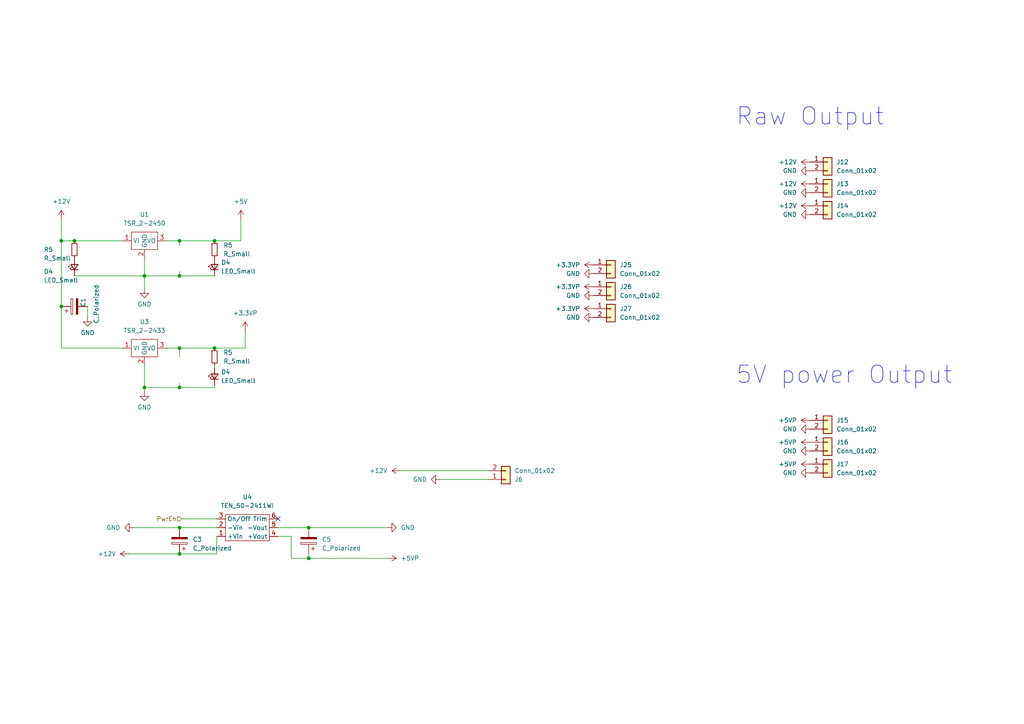
<source format=kicad_sch>
(kicad_sch (version 20230121) (generator eeschema)
  (paper "A4")
  (lib_symbols
    (symbol "Connector_Generic:Conn_01x02" (pin_names (offset 1.016) hide)
      (property "Reference" "J" (at 0 2.54 0))
      (property "Value" "Conn_01x02" (at 0 -5.08 0))
      (symbol "Conn_01x02_1_1"
        (rectangle (start -1.27 -2.413) (end 0 -2.667) (stroke (width 0.1524)))
        (rectangle (start -1.27 0.127) (end 0 -0.127) (stroke (width 0.1524)))
        (rectangle (start -1.27 1.27) (end 1.27 -3.81) (stroke (width 0.254)) (fill (type background)))
        (pin passive line (at -5.08 0 0) (length 3.81) (name "Pin_1") (number "1"))
        (pin passive line (at -5.08 -2.54 0) (length 3.81) (name "Pin_2") (number "2"))
      )
    )
    (symbol "Device:C_Polarized" (pin_numbers hide) (pin_names (offset 0.254))
      (property "Reference" "C" (at 0.635 2.54 0))
      (property "Value" "C_Polarized" (at 0.635 -2.54 0))
      (symbol "C_Polarized_0_1"
        (rectangle (start -2.286 0.508) (end 2.286 1.016))
        (polyline (pts (xy -1.778 2.286) (xy -0.762 2.286)))
        (polyline (pts (xy -1.27 2.794) (xy -1.27 1.778)))
        (rectangle (start 2.286 -0.508) (end -2.286 -1.016) (fill (type outline)))
      )
      (symbol "C_Polarized_1_1"
        (pin passive line (at 0 3.81 270) (length 2.794) (name "~") (number "1"))
        (pin passive line (at 0 -3.81 90) (length 2.794) (name "~") (number "2"))
      )
    )
    (symbol "Device:LED_Small" (pin_numbers hide) (pin_names (offset 0.254) hide)
      (property "Reference" "D" (at -1.27 3.175 0))
      (property "Value" "LED_Small" (at -4.445 -2.54 0))
      (symbol "LED_Small_0_1"
        (polyline (pts (xy -0.762 -1.016) (xy -0.762 1.016)) (stroke (width 0.254)))
        (polyline (pts (xy 1.016 0) (xy -0.762 0)))
        (polyline (pts (xy 0.762 -1.016) (xy -0.762 0) (xy 0.762 1.016) (xy 0.762 -1.016)) (stroke (width 0.254)))
        (polyline (pts (xy 0 0.762) (xy -0.508 1.27) (xy -0.254 1.27) (xy -0.508 1.27) (xy -0.508 1.016)))
        (polyline (pts (xy 0.508 1.27) (xy 0 1.778) (xy 0.254 1.778) (xy 0 1.778) (xy 0 1.524)))
      )
      (symbol "LED_Small_1_1"
        (pin passive line (at -2.54 0 0) (length 1.778) (name "K") (number "1"))
        (pin passive line (at 2.54 0 180) (length 1.778) (name "A") (number "2"))
      )
    )
    (symbol "Device:R_Small" (pin_numbers hide) (pin_names (offset 0.254) hide)
      (property "Reference" "R" (at 0.762 0.508 0))
      (property "Value" "R_Small" (at 0.762 -1.016 0))
      (symbol "R_Small_0_1"
        (rectangle (start -0.762 1.778) (end 0.762 -1.778) (stroke (width 0.2032)))
      )
      (symbol "R_Small_1_1"
        (pin passive line (at 0 2.54 270) (length 0.762) (name "~") (number "1"))
        (pin passive line (at 0 -2.54 90) (length 0.762) (name "~") (number "2"))
      )
    )
    (symbol "Traco:TEN_50-2411WI"
      (property "Reference" "U" (at 0 5.08 0))
      (property "Value" "TEN_50-2411WI" (at 0 -5.08 0))
      (symbol "TEN_50-2411WI_0_1"
        (rectangle (start -6.35 3.81) (end 6.35 -3.81))
      )
      (symbol "TEN_50-2411WI_1_1"
        (pin free line (at -8.89 -2.54 0) (length 2.54) (name "+Vin") (number "1"))
        (pin free line (at -8.89 0 0) (length 2.54) (name "-Vin") (number "2"))
        (pin free line (at -8.89 2.54 0) (length 2.54) (name "On/Off") (number "3"))
        (pin free line (at 8.89 -2.54 180) (length 2.54) (name "+Vout") (number "4"))
        (pin free line (at 8.89 0 180) (length 2.54) (name "-Vout") (number "5"))
        (pin free line (at 8.89 2.54 180) (length 2.54) (name "Trim") (number "6"))
      )
    )
    (symbol "Traco:TSR_2-2433"
      (property "Reference" "U" (at 0 5.08 0))
      (property "Value" "TSR_2-2433" (at 0 3.81 0))
      (symbol "TSR_2-2433_0_1"
        (rectangle (start -3.81 2.54) (end 3.81 -2.54))
      )
      (symbol "TSR_2-2433_1_1"
        (pin free line (at -6.35 0 0) (length 2.54) (name "VI") (number "1"))
        (pin free line (at 0 -5.08 90) (length 2.54) (name "GND") (number "2"))
        (pin free line (at 6.35 0 180) (length 2.54) (name "VO") (number "3"))
      )
    )
    (symbol "Traco:TSR_2-2450"
      (property "Reference" "U" (at 0 5.08 0))
      (property "Value" "TSR_2-2450" (at 0 3.81 0))
      (symbol "TSR_2-2450_0_1"
        (rectangle (start -3.81 2.54) (end 3.81 -2.54))
      )
      (symbol "TSR_2-2450_1_1"
        (pin free line (at -6.35 0 0) (length 2.54) (name "VI") (number "1"))
        (pin free line (at 0 -5.08 90) (length 2.54) (name "GND") (number "2"))
        (pin free line (at 6.35 0 180) (length 2.54) (name "VO") (number "3"))
      )
    )
    (symbol "power:+12V" (power) (pin_names (offset 0))
      (property "Value" "+12V" (at 0 3.556 0))
      (symbol "+12V_0_1"
        (polyline (pts (xy -0.762 1.27) (xy 0 2.54)))
        (polyline (pts (xy 0 0) (xy 0 2.54)))
        (polyline (pts (xy 0 2.54) (xy 0.762 1.27)))
      )
      (symbol "+12V_1_1"
        (pin power_in line (at 0 0 90) (length 0) hide (name "+12V") (number "1"))
      )
    )
    (symbol "power:+3.3VP" (power) (pin_names (offset 0))
      (property "Value" "+3.3VP" (at 0 2.54 0))
      (symbol "+3.3VP_0_0"
        (pin power_in line (at 0 0 90) (length 0) hide (name "+3.3VP") (number "1"))
      )
      (symbol "+3.3VP_0_1"
        (polyline (pts (xy -0.762 1.27) (xy 0 2.54)))
        (polyline (pts (xy 0 0) (xy 0 2.54)))
        (polyline (pts (xy 0 2.54) (xy 0.762 1.27)))
      )
    )
    (symbol "power:+5V" (power) (pin_names (offset 0))
      (property "Value" "+5V" (at 0 3.556 0))
      (symbol "+5V_0_1"
        (polyline (pts (xy -0.762 1.27) (xy 0 2.54)))
        (polyline (pts (xy 0 0) (xy 0 2.54)))
        (polyline (pts (xy 0 2.54) (xy 0.762 1.27)))
      )
      (symbol "+5V_1_1"
        (pin power_in line (at 0 0 90) (length 0) hide (name "+5V") (number "1"))
      )
    )
    (symbol "power:+5VP" (power) (pin_names (offset 0))
      (property "Value" "+5VP" (at 0 3.556 0))
      (symbol "+5VP_0_1"
        (polyline (pts (xy -0.762 1.27) (xy 0 2.54)))
        (polyline (pts (xy 0 0) (xy 0 2.54)))
        (polyline (pts (xy 0 2.54) (xy 0.762 1.27)))
      )
      (symbol "+5VP_1_1"
        (pin power_in line (at 0 0 90) (length 0) hide (name "+5VP") (number "1"))
      )
    )
    (symbol "power:GND" (power) (pin_names (offset 0))
      (property "Value" "GND" (at 0 -3.81 0))
      (symbol "GND_0_1"
        (polyline (pts (xy 0 0) (xy 0 -1.27) (xy 1.27 -1.27) (xy 0 -2.54) (xy -1.27 -1.27) (xy 0 -1.27)))
      )
      (symbol "GND_1_1"
        (pin power_in line (at 0 0 270) (length 0) hide (name "GND") (number "1"))
      )
    )
  )
  (junction (at 41.91 112.395))
  (junction (at 52.07 69.85))
  (junction (at 17.78 88.9))
  (junction (at 52.07 80.01))
  (junction (at 21.59 69.85))
  (junction (at 62.23 100.965))
  (junction (at 52.07 160.655))
  (junction (at 52.07 100.965))
  (junction (at 89.535 161.925))
  (junction (at 89.535 153.035))
  (junction (at 17.78 69.85))
  (junction (at 52.07 153.035))
  (junction (at 41.91 80.01))
  (junction (at 52.07 112.395))
  (junction (at 62.23 69.85))
  (no_connect (at 80.645 150.495))
  (wire (pts (xy 52.07 100.965) (xy 62.23 100.965)))
  (wire (pts (xy 84.455 155.575) (xy 80.645 155.575)))
  (wire (pts (xy 89.535 160.655) (xy 89.535 161.925)))
  (wire (pts (xy 52.07 153.035) (xy 62.865 153.035)))
  (wire (pts (xy 17.78 69.85) (xy 21.59 69.85)))
  (wire (pts (xy 127.635 139.065) (xy 141.605 139.065)))
  (wire (pts (xy 71.12 100.965) (xy 62.23 100.965)))
  (wire (pts (xy 52.07 69.85) (xy 62.23 69.85)))
  (wire (pts (xy 84.455 161.925) (xy 89.535 161.925)))
  (wire (pts (xy 41.91 80.01) (xy 52.07 80.01)))
  (wire (pts (xy 48.26 69.85) (xy 52.07 69.85)))
  (wire (pts (xy 41.91 74.93) (xy 41.91 80.01)))
  (wire (pts (xy 52.07 71.12) (xy 52.07 69.85)))
  (wire (pts (xy 62.23 106.68) (xy 62.23 106.045)))
  (wire (pts (xy 52.07 100.965) (xy 52.07 103.505)))
  (wire (pts (xy 89.535 153.035) (xy 112.395 153.035)))
  (wire (pts (xy 52.07 80.01) (xy 62.23 80.01)))
  (wire (pts (xy 37.465 160.655) (xy 52.07 160.655)))
  (wire (pts (xy 17.78 100.965) (xy 35.56 100.965)))
  (wire (pts (xy 116.205 136.525) (xy 141.605 136.525)))
  (wire (pts (xy 62.865 160.655) (xy 62.865 155.575)))
  (wire (pts (xy 80.645 153.035) (xy 89.535 153.035)))
  (wire (pts (xy 52.705 150.495) (xy 62.865 150.495)))
  (wire (pts (xy 41.91 112.395) (xy 41.91 113.665)))
  (wire (pts (xy 52.07 111.125) (xy 52.07 112.395)))
  (wire (pts (xy 17.78 88.9) (xy 17.78 100.965)))
  (wire (pts (xy 48.26 100.965) (xy 52.07 100.965)))
  (wire (pts (xy 62.23 111.76) (xy 62.23 112.395)))
  (wire (pts (xy 41.91 112.395) (xy 52.07 112.395)))
  (wire (pts (xy 52.07 112.395) (xy 62.23 112.395)))
  (wire (pts (xy 41.91 83.82) (xy 41.91 80.01)))
  (wire (pts (xy 21.59 80.01) (xy 41.91 80.01)))
  (wire (pts (xy 52.07 160.655) (xy 62.865 160.655)))
  (wire (pts (xy 38.735 153.035) (xy 52.07 153.035)))
  (wire (pts (xy 69.85 63.5) (xy 69.85 69.85)))
  (wire (pts (xy 84.455 161.925) (xy 84.455 155.575)))
  (wire (pts (xy 69.85 69.85) (xy 62.23 69.85)))
  (wire (pts (xy 52.07 78.74) (xy 52.07 80.01)))
  (wire (pts (xy 89.535 161.925) (xy 112.395 161.925)))
  (wire (pts (xy 21.59 69.85) (xy 35.56 69.85)))
  (wire (pts (xy 41.91 106.045) (xy 41.91 112.395)))
  (wire (pts (xy 17.78 69.85) (xy 17.78 88.9)))
  (wire (pts (xy 25.4 92.075) (xy 25.4 88.9)))
  (wire (pts (xy 17.78 63.5) (xy 17.78 69.85)))
  (wire (pts (xy 71.12 95.885) (xy 71.12 100.965)))
  (text "5V power Output" (at 213.36 111.76 0) (effects (font (size 5 5)) (justify left bottom)))
  (text "Raw Output" (at 213.36 36.83 0) (effects (font (size 5 5)) (justify left bottom)))
  (hierarchical_label "PwrEn" (shape input) (at 52.705 150.495 180))
  (symbol (lib_id "power:+12V") (at 234.95 59.69 90) (unit 1)
    (property "Reference" "#PWR035" (effects hide))
    (property "Value" "+12V" (at 231.14 59.69 90) (effects (justify left)))
  )
  (symbol (lib_id "power:GND") (at 234.95 49.53 270) (unit 1)
    (property "Reference" "#PWR037" (effects hide))
    (property "Value" "GND" (at 231.14 49.53 90) (effects (justify right)))
    (instances (project "MainBoardV3.1FormB" (path "" (reference "#PWR037") (unit 1)) (path "" (reference "#PWR028") (unit 1))))
  )
  (symbol (lib_id "Connector_Generic:Conn_01x02") (at 240.03 128.27 0) (unit 1)
    (property "Reference" "J16" (at 242.57 128.27 0) (effects (justify left)))
    (property "Value" "Conn_01x02" (at 242.57 130.81 0) (effects (justify left)))
    (property "Footprint" "Connector_Molex:Molex_KK-254_AE-6410-02A_1x02_P2.54mm_Vertical" (effects hide))
  )
  (symbol (lib_id "power:+12V") (at 116.205 136.525 90) (unit 1)
    (property "Reference" "#PWR025" (effects hide))
    (property "Value" "+12V" (at 112.395 136.525 90) (effects (justify left)))
  )
  (symbol (lib_id "power:GND") (at 234.95 124.46 270) (unit 1)
    (property "Reference" "#PWR037" (effects hide))
    (property "Value" "GND" (at 231.14 124.46 90) (effects (justify right)))
    (instances (project "MainBoardV3.1FormB" (path "" (reference "#PWR037") (unit 1)) (path "" (reference "#PWR051") (unit 1))))
  )
  (symbol (lib_id "power:GND") (at 172.085 85.725 270) (unit 1)
    (property "Reference" "#PWR037" (effects hide))
    (property "Value" "GND" (at 168.275 85.725 90) (effects (justify right)))
    (instances (project "MainBoardV3.1FormB" (path "" (reference "#PWR037") (unit 1)) (path "" (reference "#PWR063") (unit 1))))
  )
  (symbol (lib_id "power:GND") (at 234.95 62.23 270) (unit 1)
    (property "Reference" "#PWR037" (effects hide))
    (property "Value" "GND" (at 231.14 62.23 90) (effects (justify right)))
    (instances (project "MainBoardV3.1FormB" (path "" (reference "#PWR037") (unit 1)) (path "" (reference "#PWR049") (unit 1))))
  )
  (symbol (lib_id "power:+5VP") (at 234.95 128.27 90) (unit 1)
    (property "Reference" "#PWR052" (effects hide))
    (property "Value" "+5VP" (at 231.14 128.27 90) (effects (justify left)))
  )
  (symbol (lib_id "power:+12V") (at 234.95 46.99 90) (unit 1)
    (property "Reference" "#PWR029" (effects hide))
    (property "Value" "+12V" (at 231.14 46.99 90) (effects (justify left)))
  )
  (symbol (lib_id "power:+5V") (at 69.85 63.5 0) (unit 1)
    (property "Reference" "#PWR036" (effects hide))
    (property "Value" "+5V" (at 69.85 58.42 0))
  )
  (symbol (lib_id "Connector_Generic:Conn_01x02") (at 177.165 83.185 0) (unit 1)
    (property "Reference" "J26" (at 179.705 83.185 0) (effects (justify left)))
    (property "Value" "Conn_01x02" (at 179.705 85.725 0) (effects (justify left)))
    (property "Footprint" "Connector_Molex:Molex_KK-254_AE-6410-02A_1x02_P2.54mm_Vertical" (effects hide))
  )
  (symbol (lib_id "power:+12V") (at 17.78 63.5 0) (unit 1)
    (property "Reference" "#PWR038" (effects hide))
    (property "Value" "+12V" (at 17.78 58.42 0))
  )
  (symbol (lib_id "Device:LED_Small") (at 62.23 77.47 90) (unit 1)
    (property "Reference" "D4" (at 64.135 76.1365 90) (effects (justify right)))
    (property "Value" "LED_Small" (at 64.135 78.6765 90) (effects (justify right)))
    (property "Footprint" "LED_SMD:LED_1206_3216Metric_Pad1.42x1.75mm_HandSolder" (effects hide))
    (instances (project "MainBoardV3.1FormB" (path "" (reference "D4") (unit 1)) (path "" (reference "D3") (unit 1))))
  )
  (symbol (lib_id "power:+12V") (at 234.95 53.34 90) (unit 1)
    (property "Reference" "#PWR030" (effects hide))
    (property "Value" "+12V" (at 231.14 53.34 90) (effects (justify left)))
  )
  (symbol (lib_id "Connector_Generic:Conn_01x02") (at 240.03 134.62 0) (unit 1)
    (property "Reference" "J17" (at 242.57 134.62 0) (effects (justify left)))
    (property "Value" "Conn_01x02" (at 242.57 137.16 0) (effects (justify left)))
    (property "Footprint" "Connector_Molex:Molex_KK-254_AE-6410-02A_1x02_P2.54mm_Vertical" (effects hide))
  )
  (symbol (lib_id "Traco:TSR_2-2433") (at 41.91 100.965 0) (unit 1)
    (property "Reference" "U3" (at 41.91 93.345 0))
    (property "Value" "TSR_2-2433" (at 41.91 95.885 0))
    (property "Footprint" "Traco:Traco 2- 24xx" (effects hide))
  )
  (symbol (lib_id "power:+5VP") (at 112.395 161.925 270) (unit 1)
    (property "Reference" "#PWR046" (effects hide))
    (property "Value" "+5VP" (at 116.205 161.925 90) (effects (justify left)))
  )
  (symbol (lib_id "Connector_Generic:Conn_01x02") (at 240.03 46.99 0) (unit 1)
    (property "Reference" "J12" (at 242.57 46.99 0) (effects (justify left)))
    (property "Value" "Conn_01x02" (at 242.57 49.53 0) (effects (justify left)))
    (property "Footprint" "Connector_Molex:Molex_KK-254_AE-6410-02A_1x02_P2.54mm_Vertical" (effects hide))
  )
  (symbol (lib_id "Connector_Generic:Conn_01x02") (at 240.03 59.69 0) (unit 1)
    (property "Reference" "J14" (at 242.57 59.69 0) (effects (justify left)))
    (property "Value" "Conn_01x02" (at 242.57 62.23 0) (effects (justify left)))
    (property "Footprint" "Connector_Molex:Molex_KK-254_AE-6410-02A_1x02_P2.54mm_Vertical" (effects hide))
  )
  (symbol (lib_id "power:+3.3VP") (at 71.12 95.885 0) (unit 1)
    (property "Reference" "#PWR038" (effects hide))
    (property "Value" "+3.3VP" (at 71.12 90.805 0))
    (instances (project "MainBoardV3.1FormB" (path "" (reference "#PWR038") (unit 1)) (path "" (reference "#PWR041") (unit 1))))
  )
  (symbol (lib_id "power:GND") (at 41.91 113.665 0) (unit 1)
    (property "Reference" "#PWR037" (effects hide))
    (property "Value" "GND" (at 41.91 118.11 0))
    (instances (project "MainBoardV3.1FormB" (path "" (reference "#PWR037") (unit 1)) (path "" (reference "#PWR026") (unit 1))))
  )
  (symbol (lib_id "power:GND") (at 38.735 153.035 270) (unit 1)
    (property "Reference" "#PWR037" (effects hide))
    (property "Value" "GND" (at 34.925 153.035 90) (effects (justify right)))
    (instances (project "MainBoardV3.1FormB" (path "" (reference "#PWR037") (unit 1)) (path "" (reference "#PWR045") (unit 1))))
  )
  (symbol (lib_id "power:+3.3VP") (at 172.085 89.535 90) (unit 1)
    (property "Reference" "#PWR038" (effects hide))
    (property "Value" "+3.3VP" (at 168.275 89.535 90) (effects (justify left)))
    (instances (project "MainBoardV3.1FormB" (path "" (reference "#PWR038") (unit 1)) (path "" (reference "#PWR064") (unit 1))))
  )
  (symbol (lib_id "power:GND") (at 41.91 83.82 0) (unit 1)
    (property "Reference" "#PWR037" (effects hide))
    (property "Value" "GND" (at 41.91 88.265 0))
  )
  (symbol (lib_id "Device:LED_Small") (at 62.23 109.22 90) (unit 1)
    (property "Reference" "D4" (at 64.135 107.8865 90) (effects (justify right)))
    (property "Value" "LED_Small" (at 64.135 110.4265 90) (effects (justify right)))
    (property "Footprint" "LED_SMD:LED_1206_3216Metric_Pad1.42x1.75mm_HandSolder" (effects hide))
    (instances (project "MainBoardV3.1FormB" (path "" (reference "D4") (unit 1)) (path "" (reference "D1") (unit 1))))
  )
  (symbol (lib_id "power:GND") (at 234.95 130.81 270) (unit 1)
    (property "Reference" "#PWR037" (effects hide))
    (property "Value" "GND" (at 231.14 130.81 90) (effects (justify right)))
    (instances (project "MainBoardV3.1FormB" (path "" (reference "#PWR037") (unit 1)) (path "" (reference "#PWR053") (unit 1))))
  )
  (symbol (lib_id "power:+12V") (at 37.465 160.655 90) (unit 1)
    (property "Reference" "#PWR044" (effects hide))
    (property "Value" "+12V" (at 33.655 160.655 90) (effects (justify left)))
  )
  (symbol (lib_id "power:+3.3VP") (at 172.085 76.835 90) (unit 1)
    (property "Reference" "#PWR038" (effects hide))
    (property "Value" "+3.3VP" (at 168.275 76.835 90) (effects (justify left)))
    (instances (project "MainBoardV3.1FormB" (path "" (reference "#PWR038") (unit 1)) (path "" (reference "#PWR060") (unit 1))))
  )
  (symbol (lib_id "power:GND") (at 127.635 139.065 270) (unit 1)
    (property "Reference" "#PWR037" (effects hide))
    (property "Value" "GND" (at 123.825 139.065 90) (effects (justify right)))
    (instances (project "MainBoardV3.1FormB" (path "" (reference "#PWR037") (unit 1)) (path "" (reference "#PWR042") (unit 1))))
  )
  (symbol (lib_id "Device:R_Small") (at 62.23 72.39 0) (unit 1)
    (property "Reference" "R5" (at 64.77 71.12 0) (effects (justify left)))
    (property "Value" "R_Small" (at 64.77 73.66 0) (effects (justify left)))
    (property "Footprint" "Resistor_SMD:R_1206_3216Metric_Pad1.30x1.75mm_HandSolder" (effects hide))
    (instances (project "MainBoardV3.1FormB" (path "" (reference "R5") (unit 1)) (path "" (reference "R4") (unit 1))))
  )
  (symbol (lib_id "Connector_Generic:Conn_01x02") (at 240.03 53.34 0) (unit 1)
    (property "Reference" "J13" (at 242.57 53.34 0) (effects (justify left)))
    (property "Value" "Conn_01x02" (at 242.57 55.88 0) (effects (justify left)))
    (property "Footprint" "Connector_Molex:Molex_KK-254_AE-6410-02A_1x02_P2.54mm_Vertical" (effects hide))
  )
  (symbol (lib_id "Device:R_Small") (at 62.23 103.505 0) (unit 1)
    (property "Reference" "R5" (at 64.77 102.235 0) (effects (justify left)))
    (property "Value" "R_Small" (at 64.77 104.775 0) (effects (justify left)))
    (property "Footprint" "Resistor_SMD:R_1206_3216Metric_Pad1.30x1.75mm_HandSolder" (effects hide))
    (instances (project "MainBoardV3.1FormB" (path "" (reference "R5") (unit 1)) (path "" (reference "R3") (unit 1))))
  )
  (symbol (lib_id "power:GND") (at 172.085 92.075 270) (unit 1)
    (property "Reference" "#PWR037" (effects hide))
    (property "Value" "GND" (at 168.275 92.075 90) (effects (justify right)))
    (instances (project "MainBoardV3.1FormB" (path "" (reference "#PWR037") (unit 1)) (path "" (reference "#PWR065") (unit 1))))
  )
  (symbol (lib_id "Device:C_Polarized") (at 89.535 156.845 180) (unit 1)
    (property "Reference" "C5" (at 93.345 156.464 0) (effects (justify right)))
    (property "Value" "C_Polarized" (at 93.345 159.004 0) (effects (justify right)))
    (property "Footprint" "Capacitor_SMD:CP_Elec_6.3x5.9" (effects hide))
  )
  (symbol (lib_id "power:GND") (at 234.95 137.16 270) (unit 1)
    (property "Reference" "#PWR037" (effects hide))
    (property "Value" "GND" (at 231.14 137.16 90) (effects (justify right)))
    (instances (project "MainBoardV3.1FormB" (path "" (reference "#PWR037") (unit 1)) (path "" (reference "#PWR055") (unit 1))))
  )
  (symbol (lib_id "Traco:TSR_2-2450") (at 41.91 69.85 0) (unit 1)
    (property "Reference" "U1" (at 41.91 62.23 0))
    (property "Value" "TSR_2-2450" (at 41.91 64.77 0))
    (property "Footprint" "Traco:Traco 2- 24xx" (effects hide))
  )
  (symbol (lib_id "Device:C_Polarized") (at 21.59 88.9 90) (unit 1)
    (property "Reference" "C1" (at 24.13 86.36 0) (effects (justify right)))
    (property "Value" "C_Polarized" (at 27.94 82.55 0) (effects (justify right)))
    (property "Footprint" "Capacitor_SMD:CP_Elec_6.3x5.9" (effects hide))
  )
  (symbol (lib_id "power:+5VP") (at 234.95 121.92 90) (unit 1)
    (property "Reference" "#PWR050" (effects hide))
    (property "Value" "+5VP" (at 231.14 121.92 90) (effects (justify left)))
  )
  (symbol (lib_id "power:GND") (at 112.395 153.035 90) (unit 1)
    (property "Reference" "#PWR037" (effects hide))
    (property "Value" "GND" (at 116.205 153.035 90) (effects (justify right)))
    (instances (project "MainBoardV3.1FormB" (path "" (reference "#PWR037") (unit 1)) (path "" (reference "#PWR047") (unit 1))))
  )
  (symbol (lib_id "power:GND") (at 172.085 79.375 270) (unit 1)
    (property "Reference" "#PWR037" (effects hide))
    (property "Value" "GND" (at 168.275 79.375 90) (effects (justify right)))
    (instances (project "MainBoardV3.1FormB" (path "" (reference "#PWR037") (unit 1)) (path "" (reference "#PWR061") (unit 1))))
  )
  (symbol (lib_id "Device:LED_Small") (at 21.59 77.47 90) (unit 1)
    (property "Reference" "D4" (at 12.7 78.74 90) (effects (justify right)))
    (property "Value" "LED_Small" (at 12.7 81.28 90) (effects (justify right)))
    (property "Footprint" "LED_SMD:LED_1206_3216Metric_Pad1.42x1.75mm_HandSolder" (effects hide))
  )
  (symbol (lib_id "Device:R_Small") (at 21.59 72.39 0) (unit 1)
    (property "Reference" "R5" (at 12.7 72.39 0) (effects (justify left)))
    (property "Value" "R_Small" (at 12.7 74.93 0) (effects (justify left)))
    (property "Footprint" "Resistor_SMD:R_1206_3216Metric_Pad1.30x1.75mm_HandSolder" (effects hide))
  )
  (symbol (lib_id "Traco:TEN_50-2411WI") (at 71.755 153.035 0) (unit 1)
    (property "Reference" "U4" (at 71.755 144.145 0))
    (property "Value" "TEN_50-2411WI" (at 71.755 146.685 0))
    (property "Footprint" "Traco:Traco TEN 50 series" (effects hide))
  )
  (symbol (lib_id "power:GND") (at 234.95 55.88 270) (unit 1)
    (property "Reference" "#PWR037" (effects hide))
    (property "Value" "GND" (at 231.14 55.88 90) (effects (justify right)))
    (instances (project "MainBoardV3.1FormB" (path "" (reference "#PWR037") (unit 1)) (path "" (reference "#PWR031") (unit 1))))
  )
  (symbol (lib_id "power:GND") (at 25.4 92.075 0) (unit 1)
    (property "Reference" "#PWR037" (effects hide))
    (property "Value" "GND" (at 25.4 96.52 0))
    (instances (project "MainBoardV3.1FormB" (path "" (reference "#PWR037") (unit 1)) (path "" (reference "#PWR043") (unit 1))))
  )
  (symbol (lib_id "Device:C_Polarized") (at 52.07 156.845 180) (unit 1)
    (property "Reference" "C3" (at 55.88 156.464 0) (effects (justify right)))
    (property "Value" "C_Polarized" (at 55.88 159.004 0) (effects (justify right)))
    (property "Footprint" "Capacitor_SMD:CP_Elec_10x12.6" (effects hide))
  )
  (symbol (lib_id "Connector_Generic:Conn_01x02") (at 146.685 139.065 0) (mirror x) (unit 1)
    (property "Reference" "J6" (at 149.225 139.065 0) (effects (justify left)))
    (property "Value" "Conn_01x02" (at 149.225 136.525 0) (effects (justify left)))
    (property "Footprint" "Connector_AMASS:AMASS_XT60-M_1x02_P7.20mm_Vertical" (effects hide))
  )
  (symbol (lib_id "power:+3.3VP") (at 172.085 83.185 90) (unit 1)
    (property "Reference" "#PWR038" (effects hide))
    (property "Value" "+3.3VP" (at 168.275 83.185 90) (effects (justify left)))
    (instances (project "MainBoardV3.1FormB" (path "" (reference "#PWR038") (unit 1)) (path "" (reference "#PWR062") (unit 1))))
  )
  (symbol (lib_id "Connector_Generic:Conn_01x02") (at 240.03 121.92 0) (unit 1)
    (property "Reference" "J15" (at 242.57 121.92 0) (effects (justify left)))
    (property "Value" "Conn_01x02" (at 242.57 124.46 0) (effects (justify left)))
    (property "Footprint" "Connector_Molex:Molex_KK-254_AE-6410-02A_1x02_P2.54mm_Vertical" (effects hide))
  )
  (symbol (lib_id "power:+5VP") (at 234.95 134.62 90) (unit 1)
    (property "Reference" "#PWR054" (effects hide))
    (property "Value" "+5VP" (at 231.14 134.62 90) (effects (justify left)))
  )
  (symbol (lib_id "Connector_Generic:Conn_01x02") (at 177.165 89.535 0) (unit 1)
    (property "Reference" "J27" (at 179.705 89.535 0) (effects (justify left)))
    (property "Value" "Conn_01x02" (at 179.705 92.075 0) (effects (justify left)))
    (property "Footprint" "Connector_Molex:Molex_KK-254_AE-6410-02A_1x02_P2.54mm_Vertical" (effects hide))
  )
  (symbol (lib_id "Connector_Generic:Conn_01x02") (at 177.165 76.835 0) (unit 1)
    (property "Reference" "J25" (at 179.705 76.835 0) (effects (justify left)))
    (property "Value" "Conn_01x02" (at 179.705 79.375 0) (effects (justify left)))
    (property "Footprint" "Connector_Molex:Molex_KK-254_AE-6410-02A_1x02_P2.54mm_Vertical" (effects hide))
  )
)
</source>
